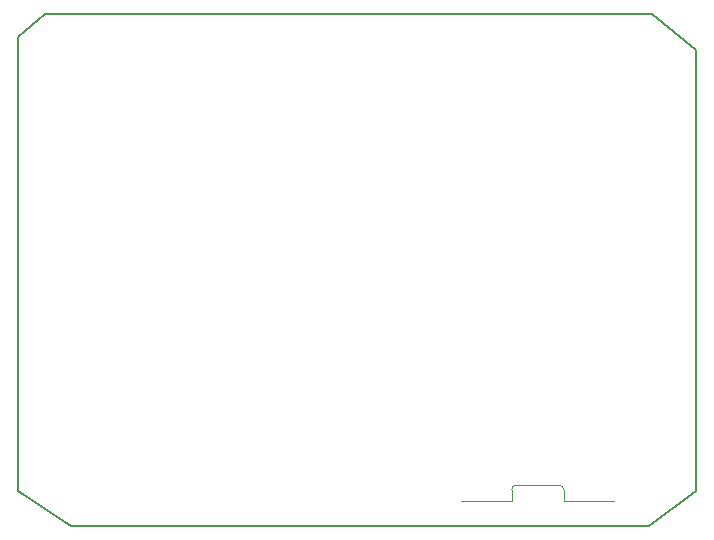
<source format=gbr>
G04 #@! TF.GenerationSoftware,KiCad,Pcbnew,7.0.6*
G04 #@! TF.CreationDate,2023-11-13T13:07:56+01:00*
G04 #@! TF.ProjectId,SN76849 Arduino nano shield,534e3736-3834-4392-9041-726475696e6f,20180905 0.7.06*
G04 #@! TF.SameCoordinates,Original*
G04 #@! TF.FileFunction,Profile,NP*
%FSLAX46Y46*%
G04 Gerber Fmt 4.6, Leading zero omitted, Abs format (unit mm)*
G04 Created by KiCad (PCBNEW 7.0.6) date 2023-11-13 13:07:56*
%MOMM*%
%LPD*%
G01*
G04 APERTURE LIST*
G04 #@! TA.AperFunction,Profile*
%ADD10C,0.150000*%
G04 #@! TD*
G04 #@! TA.AperFunction,Profile*
%ADD11C,0.120000*%
G04 #@! TD*
G04 APERTURE END LIST*
D10*
X26700000Y-22600000D02*
X29000000Y-20600000D01*
X80400000Y-20600000D02*
X29000000Y-20600000D01*
X80400000Y-20600000D02*
X84100000Y-23700000D01*
X31200000Y-64000000D02*
X80100000Y-64000000D01*
X26700000Y-61000000D02*
X31200000Y-64000000D01*
X84100000Y-61000000D02*
X84100000Y-23700000D01*
X26700000Y-22600000D02*
X26700000Y-61000000D01*
X84100000Y-61000000D02*
X80100000Y-64000000D01*
D11*
X68500000Y-60900000D02*
X68500000Y-61900000D01*
X68500000Y-61900000D02*
X64200000Y-61900000D01*
X72500000Y-60500000D02*
X68900000Y-60500000D01*
X72900000Y-60900000D02*
X72900000Y-61900000D01*
X72900000Y-61900000D02*
X77200000Y-61900000D01*
X68900000Y-60500000D02*
G75*
G03*
X68500000Y-60900000I2J-400002D01*
G01*
X72900000Y-60900000D02*
G75*
G03*
X72500000Y-60500000I-400000J0D01*
G01*
M02*

</source>
